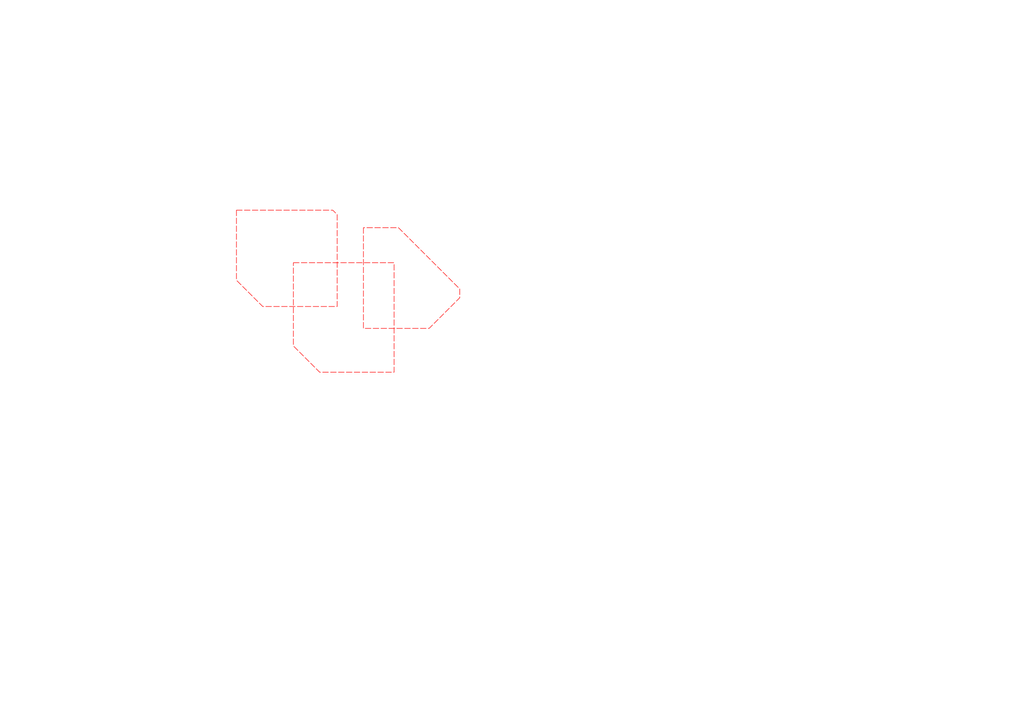
<source format=kicad_sch>
(kicad_sch
	(version 20240417)
	(generator "eeschema")
	(generator_version "8.99")
	(uuid "e77939c4-758d-4d0c-a6e5-dc441c8c54c9")
	(paper "A4")
	(lib_symbols)
	(rule_area
		(polyline
			(pts
				(xy 105.41 66.04) (xy 105.41 95.25) (xy 124.46 95.25) (xy 133.35 86.36) (xy 133.35 83.82) (xy 115.57 66.04)
			)
			(stroke
				(width 0)
				(type dash)
			)
			(fill
				(type none)
			)
			(uuid b2e29650-5d7b-46fa-b3ac-2da8c988ba4f)
		)
	)
	(rule_area
		(polyline
			(pts
				(xy 85.09 76.2) (xy 114.3 76.2) (xy 114.3 107.95) (xy 92.71 107.95) (xy 85.09 100.33)
			)
			(stroke
				(width 0)
				(type dash)
			)
			(fill
				(type none)
			)
			(uuid c2d18c36-f42f-4d71-b979-aec0f5842e3b)
		)
	)
	(rule_area
		(polyline
			(pts
				(xy 68.58 60.96) (xy 96.52 60.96) (xy 97.79 62.23) (xy 97.79 88.9) (xy 76.2 88.9) (xy 68.58 81.28)
			)
			(stroke
				(width 0)
				(type dash)
			)
			(fill
				(type none)
			)
			(uuid d4219527-beea-4857-99ad-9080af58cbc4)
		)
	)
	(sheet_instances
		(path "/"
			(page "1")
		)
	)
)

</source>
